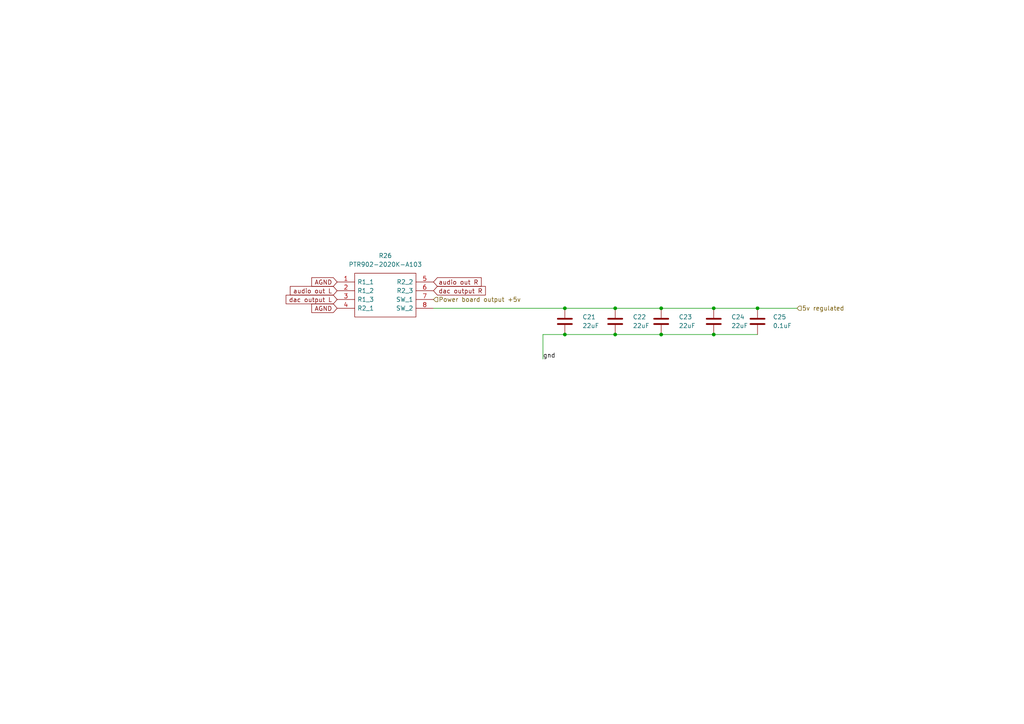
<source format=kicad_sch>
(kicad_sch (version 20211123) (generator eeschema)
  (paper "A4")
  (lib_symbols
    (symbol "Device:C" (pin_numbers hide) (pin_names (offset 0.254))
      (property "Reference" "C" (at 0.635 2.54 0))
      (property "Value" "C" (at 0.635 -2.54 0))
      (symbol "C_0_1"
        (polyline (pts (xy -2.032 -0.762) (xy 2.032 -0.762)) (stroke (width 0.508)))
        (polyline (pts (xy -2.032 0.762) (xy 2.032 0.762)) (stroke (width 0.508)))
      )
      (symbol "C_1_1"
        (pin passive line (at 0 3.81 270) (length 2.794) (name "~") (number "1"))
        (pin passive line (at 0 -3.81 90) (length 2.794) (name "~") (number "2"))
      )
    )
    (symbol "SamacSys_Parts:PTR902-2020K-A103" (pin_names (offset 0.762))
      (property "Reference" "R" (at 24.13 7.62 0))
      (property "Value" "PTR902-2020K-A103" (at 24.13 5.08 0))
      (symbol "PTR902-2020K-A103_0_0"
        (pin passive line (at 0 0 0) (length 5.08) (name "R1_1") (number "1"))
        (pin passive line (at 0 -2.54 0) (length 5.08) (name "R1_2") (number "2"))
        (pin passive line (at 0 -5.08 0) (length 5.08) (name "R1_3") (number "3"))
        (pin passive line (at 0 -7.62 0) (length 5.08) (name "R2_1") (number "4"))
        (pin passive line (at 27.94 0 180) (length 5.08) (name "R2_2") (number "5"))
        (pin passive line (at 27.94 -2.54 180) (length 5.08) (name "R2_3") (number "6"))
        (pin passive line (at 27.94 -5.08 180) (length 5.08) (name "SW_1") (number "7"))
        (pin passive line (at 27.94 -7.62 180) (length 5.08) (name "SW_2") (number "8"))
      )
      (symbol "PTR902-2020K-A103_0_1"
        (polyline (pts (xy 5.08 2.54) (xy 22.86 2.54) (xy 22.86 -10.16) (xy 5.08 -10.16) (xy 5.08 2.54)) (stroke (width 0.1524)))
      )
    )
  )
  (junction (at 178.435 89.408))
  (junction (at 178.435 97.028))
  (junction (at 163.83 89.408))
  (junction (at 191.77 89.408))
  (junction (at 163.83 97.028))
  (junction (at 207.01 89.408))
  (junction (at 207.01 97.028))
  (junction (at 191.77 97.028))
  (junction (at 219.71 89.408))
  (wire (pts (xy 219.71 89.408) (xy 207.01 89.408)))
  (wire (pts (xy 191.77 89.408) (xy 178.435 89.408)))
  (wire (pts (xy 219.71 97.028) (xy 207.01 97.028)))
  (wire (pts (xy 178.435 89.408) (xy 163.83 89.408)))
  (wire (pts (xy 178.435 97.028) (xy 163.83 97.028)))
  (wire (pts (xy 207.01 97.028) (xy 191.77 97.028)))
  (wire (pts (xy 191.77 97.028) (xy 178.435 97.028)))
  (wire (pts (xy 157.48 97.028) (xy 157.48 104.14)))
  (wire (pts (xy 207.01 89.408) (xy 191.77 89.408)))
  (wire (pts (xy 163.83 97.028) (xy 157.48 97.028)))
  (wire (pts (xy 125.73 89.408) (xy 163.83 89.408)))
  (wire (pts (xy 231.14 89.408) (xy 219.71 89.408)))
  (label "gnd" (at 157.48 104.14 0))
  (global_label "AGND" (shape input) (at 97.79 89.408 180) (property "Intersheet References" "${INTERSHEET_REFS}" (effects hide)))
  (global_label "dac output R" (shape input) (at 125.73 84.328 0) (property "Intersheet References" "${INTERSHEET_REFS}" (effects hide)))
  (global_label "audio out R" (shape input) (at 125.73 81.788 0) (property "Intersheet References" "${INTERSHEET_REFS}" (effects hide)))
  (global_label "AGND" (shape input) (at 97.79 81.788 180) (property "Intersheet References" "${INTERSHEET_REFS}" (effects hide)))
  (global_label "dac output L" (shape input) (at 97.79 86.868 180) (property "Intersheet References" "${INTERSHEET_REFS}" (effects hide)))
  (global_label "audio out L" (shape input) (at 97.79 84.328 180) (property "Intersheet References" "${INTERSHEET_REFS}" (effects hide)))
  (hierarchical_label "5v regulated" (shape input) (at 231.14 89.408 0))
  (hierarchical_label "Power board output +5v" (shape input) (at 125.73 86.868 0))
  (symbol (lib_id "Device:C") (at 163.83 93.218 0) (unit 1)
    (property "Reference" "C21" (at 168.91 91.9479 0) (effects (justify left)))
    (property "Value" "22uF" (at 168.91 94.4879 0) (effects (justify left)))
    (property "Footprint" "Capacitor_SMD:C_0805_2012Metric" (effects hide))
    (property "LCSC part number" "C602037" (effects hide))
    (property "verif" "1" (effects hide))
    (property "LCSC" "C602037" (effects hide))
  )
  (symbol (lib_id "Device:C") (at 219.71 93.218 0) (unit 1)
    (property "Reference" "C25" (at 224.155 91.9479 0) (effects (justify left)))
    (property "Value" "0.1uF" (at 224.155 94.4879 0) (effects (justify left)))
    (property "Footprint" "Capacitor_SMD:C_0805_2012Metric" (effects hide))
    (property "LCSC part number" "C49678" (effects hide))
    (property "verif" "1" (effects hide))
    (property "LCSC" "C49678" (effects hide))
  )
  (symbol (lib_id "Device:C") (at 191.77 93.218 0) (unit 1)
    (property "Reference" "C23" (at 196.85 91.9479 0) (effects (justify left)))
    (property "Value" "22uF" (at 196.85 94.4879 0) (effects (justify left)))
    (property "Footprint" "Capacitor_SMD:C_0805_2012Metric" (effects hide))
    (property "LCSC part number" "C602037" (effects hide))
    (property "verif" "1" (effects hide))
    (property "LCSC" "C602037" (effects hide))
  )
  (symbol (lib_id "SamacSys_Parts:PTR902-2020K-A103") (at 97.79 81.788 0) (unit 1) (in_bom no)
    (property "Reference" "R26" (at 111.76 74.168 0))
    (property "Value" "PTR902-2020K-A103" (at 111.76 76.708 0))
    (property "Footprint" "SamacSys_Parts:PTR902-2020K-A103" (effects hide))
    (property "Datasheet" "http://www.bourns.com/docs/Product-Datasheets/PTR90.pdf" (effects hide))
    (property "Description" "Potentiometers 10K AUDIO" (effects hide))
    (property "Mouser Part Number" "652-PTR902-2020KA103" (effects hide))
    (property "Mouser Price/Stock" "https://www.mouser.co.uk/ProductDetail/Bourns/PTR902-2020K-A103?qs=Qzws7J6gxqzqq9dgeyqnag%3D%3D" (effects hide))
    (property "Manufacturer_Name" "Bourns" (effects hide))
    (property "Manufacturer_Part_Number" "PTR902-2020K-A103" (effects hide))
    (property "verif" "1" (effects hide))
  )
  (symbol (lib_id "Device:C") (at 207.01 93.218 0) (unit 1)
    (property "Reference" "C24" (at 212.09 91.9479 0) (effects (justify left)))
    (property "Value" "22uF" (at 212.09 94.4879 0) (effects (justify left)))
    (property "Footprint" "Capacitor_SMD:C_0805_2012Metric" (effects hide))
    (property "LCSC part number" "C602037" (effects hide))
    (property "verif" "1" (effects hide))
    (property "LCSC" "C602037" (effects hide))
  )
  (symbol (lib_id "Device:C") (at 178.435 93.218 0) (unit 1)
    (property "Reference" "C22" (at 183.515 91.9479 0) (effects (justify left)))
    (property "Value" "22uF" (at 183.515 94.4879 0) (effects (justify left)))
    (property "Footprint" "Capacitor_SMD:C_0805_2012Metric" (effects hide))
    (property "LCSC part number" "C602037" (effects hide))
    (property "verif" "1" (effects hide))
    (property "LCSC" "C602037" (effects hide))
  )
)
</source>
